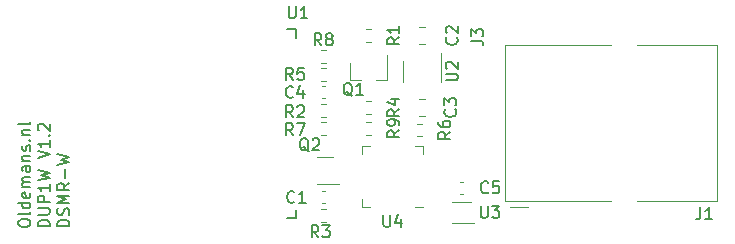
<source format=gto>
G04 #@! TF.GenerationSoftware,KiCad,Pcbnew,(5.1.9-0-10_14)*
G04 #@! TF.CreationDate,2021-05-05T23:43:46+02:00*
G04 #@! TF.ProjectId,P1_wifi,50315f77-6966-4692-9e6b-696361645f70,rev?*
G04 #@! TF.SameCoordinates,Original*
G04 #@! TF.FileFunction,Legend,Top*
G04 #@! TF.FilePolarity,Positive*
%FSLAX46Y46*%
G04 Gerber Fmt 4.6, Leading zero omitted, Abs format (unit mm)*
G04 Created by KiCad (PCBNEW (5.1.9-0-10_14)) date 2021-05-05 23:43:46*
%MOMM*%
%LPD*%
G01*
G04 APERTURE LIST*
%ADD10C,0.150000*%
%ADD11C,0.120000*%
%ADD12C,0.152400*%
%ADD13C,0.100000*%
%ADD14R,3.350000X3.350000*%
%ADD15C,1.700000*%
%ADD16R,1.700000X1.700000*%
%ADD17O,1.100000X2.500000*%
%ADD18R,1.100000X2.500000*%
%ADD19R,0.650000X1.060000*%
%ADD20R,0.500000X0.375000*%
%ADD21R,0.650000X0.300000*%
%ADD22R,0.650000X0.400000*%
%ADD23R,0.800000X0.900000*%
%ADD24R,1.800000X2.000000*%
%ADD25O,2.150000X1.300000*%
%ADD26C,0.550000*%
%ADD27R,1.520000X1.520000*%
%ADD28C,3.250000*%
%ADD29C,1.520000*%
G04 APERTURE END LIST*
D10*
X850380Y1288071D02*
X850380Y1478547D01*
X898000Y1573785D01*
X993238Y1669023D01*
X1183714Y1716642D01*
X1517047Y1716642D01*
X1707523Y1669023D01*
X1802761Y1573785D01*
X1850380Y1478547D01*
X1850380Y1288071D01*
X1802761Y1192833D01*
X1707523Y1097595D01*
X1517047Y1049976D01*
X1183714Y1049976D01*
X993238Y1097595D01*
X898000Y1192833D01*
X850380Y1288071D01*
X1850380Y2288071D02*
X1802761Y2192833D01*
X1707523Y2145214D01*
X850380Y2145214D01*
X1850380Y3097595D02*
X850380Y3097595D01*
X1802761Y3097595D02*
X1850380Y3002357D01*
X1850380Y2811880D01*
X1802761Y2716642D01*
X1755142Y2669023D01*
X1659904Y2621404D01*
X1374190Y2621404D01*
X1278952Y2669023D01*
X1231333Y2716642D01*
X1183714Y2811880D01*
X1183714Y3002357D01*
X1231333Y3097595D01*
X1802761Y3954738D02*
X1850380Y3859500D01*
X1850380Y3669023D01*
X1802761Y3573785D01*
X1707523Y3526166D01*
X1326571Y3526166D01*
X1231333Y3573785D01*
X1183714Y3669023D01*
X1183714Y3859500D01*
X1231333Y3954738D01*
X1326571Y4002357D01*
X1421809Y4002357D01*
X1517047Y3526166D01*
X1850380Y4430928D02*
X1183714Y4430928D01*
X1278952Y4430928D02*
X1231333Y4478547D01*
X1183714Y4573785D01*
X1183714Y4716642D01*
X1231333Y4811880D01*
X1326571Y4859500D01*
X1850380Y4859500D01*
X1326571Y4859500D02*
X1231333Y4907119D01*
X1183714Y5002357D01*
X1183714Y5145214D01*
X1231333Y5240452D01*
X1326571Y5288071D01*
X1850380Y5288071D01*
X1850380Y6192833D02*
X1326571Y6192833D01*
X1231333Y6145214D01*
X1183714Y6049976D01*
X1183714Y5859499D01*
X1231333Y5764261D01*
X1802761Y6192833D02*
X1850380Y6097595D01*
X1850380Y5859499D01*
X1802761Y5764261D01*
X1707523Y5716642D01*
X1612285Y5716642D01*
X1517047Y5764261D01*
X1469428Y5859499D01*
X1469428Y6097595D01*
X1421809Y6192833D01*
X1183714Y6669023D02*
X1850380Y6669023D01*
X1278952Y6669023D02*
X1231333Y6716642D01*
X1183714Y6811880D01*
X1183714Y6954738D01*
X1231333Y7049976D01*
X1326571Y7097595D01*
X1850380Y7097595D01*
X1802761Y7526166D02*
X1850380Y7621404D01*
X1850380Y7811880D01*
X1802761Y7907119D01*
X1707523Y7954738D01*
X1659904Y7954738D01*
X1564666Y7907119D01*
X1517047Y7811880D01*
X1517047Y7669023D01*
X1469428Y7573785D01*
X1374190Y7526166D01*
X1326571Y7526166D01*
X1231333Y7573785D01*
X1183714Y7669023D01*
X1183714Y7811880D01*
X1231333Y7907119D01*
X1755142Y8383309D02*
X1802761Y8430928D01*
X1850380Y8383309D01*
X1802761Y8335690D01*
X1755142Y8383309D01*
X1850380Y8383309D01*
X1183714Y8859500D02*
X1850380Y8859500D01*
X1278952Y8859500D02*
X1231333Y8907119D01*
X1183714Y9002357D01*
X1183714Y9145214D01*
X1231333Y9240452D01*
X1326571Y9288071D01*
X1850380Y9288071D01*
X1850380Y9907119D02*
X1802761Y9811880D01*
X1707523Y9764261D01*
X850380Y9764261D01*
X3500380Y1097595D02*
X2500380Y1097595D01*
X2500380Y1335690D01*
X2548000Y1478547D01*
X2643238Y1573785D01*
X2738476Y1621404D01*
X2928952Y1669023D01*
X3071809Y1669023D01*
X3262285Y1621404D01*
X3357523Y1573785D01*
X3452761Y1478547D01*
X3500380Y1335690D01*
X3500380Y1097595D01*
X2500380Y2097595D02*
X3309904Y2097595D01*
X3405142Y2145214D01*
X3452761Y2192833D01*
X3500380Y2288071D01*
X3500380Y2478547D01*
X3452761Y2573785D01*
X3405142Y2621404D01*
X3309904Y2669023D01*
X2500380Y2669023D01*
X3500380Y3145214D02*
X2500380Y3145214D01*
X2500380Y3526166D01*
X2548000Y3621404D01*
X2595619Y3669023D01*
X2690857Y3716642D01*
X2833714Y3716642D01*
X2928952Y3669023D01*
X2976571Y3621404D01*
X3024190Y3526166D01*
X3024190Y3145214D01*
X3500380Y4669023D02*
X3500380Y4097595D01*
X3500380Y4383309D02*
X2500380Y4383309D01*
X2643238Y4288071D01*
X2738476Y4192833D01*
X2786095Y4097595D01*
X2500380Y5002357D02*
X3500380Y5240452D01*
X2786095Y5430928D01*
X3500380Y5621404D01*
X2500380Y5859500D01*
X2500380Y6859500D02*
X3500380Y7192833D01*
X2500380Y7526166D01*
X3500380Y8383309D02*
X3500380Y7811880D01*
X3500380Y8097595D02*
X2500380Y8097595D01*
X2643238Y8002357D01*
X2738476Y7907119D01*
X2786095Y7811880D01*
X3405142Y8811880D02*
X3452761Y8859500D01*
X3500380Y8811880D01*
X3452761Y8764261D01*
X3405142Y8811880D01*
X3500380Y8811880D01*
X2595619Y9240452D02*
X2548000Y9288071D01*
X2500380Y9383309D01*
X2500380Y9621404D01*
X2548000Y9716642D01*
X2595619Y9764261D01*
X2690857Y9811880D01*
X2786095Y9811880D01*
X2928952Y9764261D01*
X3500380Y9192833D01*
X3500380Y9811880D01*
X5150380Y1097595D02*
X4150380Y1097595D01*
X4150380Y1335690D01*
X4198000Y1478547D01*
X4293238Y1573785D01*
X4388476Y1621404D01*
X4578952Y1669023D01*
X4721809Y1669023D01*
X4912285Y1621404D01*
X5007523Y1573785D01*
X5102761Y1478547D01*
X5150380Y1335690D01*
X5150380Y1097595D01*
X5102761Y2049976D02*
X5150380Y2192833D01*
X5150380Y2430928D01*
X5102761Y2526166D01*
X5055142Y2573785D01*
X4959904Y2621404D01*
X4864666Y2621404D01*
X4769428Y2573785D01*
X4721809Y2526166D01*
X4674190Y2430928D01*
X4626571Y2240452D01*
X4578952Y2145214D01*
X4531333Y2097595D01*
X4436095Y2049976D01*
X4340857Y2049976D01*
X4245619Y2097595D01*
X4198000Y2145214D01*
X4150380Y2240452D01*
X4150380Y2478547D01*
X4198000Y2621404D01*
X5150380Y3049976D02*
X4150380Y3049976D01*
X4864666Y3383309D01*
X4150380Y3716642D01*
X5150380Y3716642D01*
X5150380Y4764261D02*
X4674190Y4430928D01*
X5150380Y4192833D02*
X4150380Y4192833D01*
X4150380Y4573785D01*
X4198000Y4669023D01*
X4245619Y4716642D01*
X4340857Y4764261D01*
X4483714Y4764261D01*
X4578952Y4716642D01*
X4626571Y4669023D01*
X4674190Y4573785D01*
X4674190Y4192833D01*
X4769428Y5192833D02*
X4769428Y5954738D01*
X4150380Y6335690D02*
X5150380Y6573785D01*
X4436095Y6764261D01*
X5150380Y6954738D01*
X4150380Y7192833D01*
D11*
X34397000Y2724000D02*
X35122000Y2724000D01*
X29902000Y7944000D02*
X29902000Y7219000D01*
X30627000Y7944000D02*
X29902000Y7944000D01*
X35122000Y7944000D02*
X35122000Y7219000D01*
X34397000Y7944000D02*
X35122000Y7944000D01*
X29902000Y2724000D02*
X29902000Y3449000D01*
X30627000Y2724000D02*
X29902000Y2724000D01*
D12*
X23622000Y1778000D02*
X24384000Y1778000D01*
X24384000Y1778000D02*
X24383000Y2524000D01*
X24384000Y17780000D02*
X23622000Y17780000D01*
X24385000Y17034000D02*
X24384000Y17780000D01*
D11*
X33442000Y15124000D02*
X33442000Y13324000D01*
X36662000Y13324000D02*
X36662000Y15774000D01*
X35313252Y10441000D02*
X34790748Y10441000D01*
X35313252Y11911000D02*
X34790748Y11911000D01*
X35313252Y16537000D02*
X34790748Y16537000D01*
X35313252Y18007000D02*
X34790748Y18007000D01*
X37554000Y1386000D02*
X39454000Y1386000D01*
X39154000Y3186000D02*
X37554000Y3186000D01*
X30242742Y9920500D02*
X30717258Y9920500D01*
X30242742Y8875500D02*
X30717258Y8875500D01*
X26432742Y16016500D02*
X26907258Y16016500D01*
X26432742Y14971500D02*
X26907258Y14971500D01*
X26432742Y9920500D02*
X26907258Y9920500D01*
X26432742Y8875500D02*
X26907258Y8875500D01*
X35035258Y8748500D02*
X34560742Y8748500D01*
X35035258Y9793500D02*
X34560742Y9793500D01*
X26432742Y14492500D02*
X26907258Y14492500D01*
X26432742Y13447500D02*
X26907258Y13447500D01*
X30717258Y10653500D02*
X30242742Y10653500D01*
X30717258Y11698500D02*
X30242742Y11698500D01*
X26432242Y2554500D02*
X26906758Y2554500D01*
X26432242Y1509500D02*
X26906758Y1509500D01*
X26432742Y11444500D02*
X26907258Y11444500D01*
X26432742Y10399500D02*
X26907258Y10399500D01*
X30717258Y16749500D02*
X30242742Y16749500D01*
X30717258Y17794500D02*
X30242742Y17794500D01*
X26097000Y4682000D02*
X27997000Y4682000D01*
X27497000Y7002000D02*
X26097000Y7002000D01*
X28900000Y13464000D02*
X29830000Y13464000D01*
X32060000Y13464000D02*
X31130000Y13464000D01*
X32060000Y13464000D02*
X32060000Y15624000D01*
X28900000Y13464000D02*
X28900000Y14924000D01*
X38494580Y3858800D02*
X38213420Y3858800D01*
X38494580Y4878800D02*
X38213420Y4878800D01*
X26529420Y12956000D02*
X26810580Y12956000D01*
X26529420Y11936000D02*
X26810580Y11936000D01*
X26529420Y4066000D02*
X26810580Y4066000D01*
X26529420Y3046000D02*
X26810580Y3046000D01*
X44013500Y2767500D02*
X42483500Y2767500D01*
X51033500Y3237500D02*
X42013500Y3237500D01*
D13*
X50963500Y3237500D02*
X51033500Y3237500D01*
D11*
X60013500Y3237500D02*
X53233500Y3237500D01*
X60013500Y16437500D02*
X60013500Y3237500D01*
D13*
X60003500Y16437500D02*
X60013500Y16437500D01*
D11*
X60013500Y16437500D02*
X53233500Y16437500D01*
D13*
X59893500Y16437500D02*
X60013500Y16437500D01*
D11*
X42013500Y16437500D02*
X51033500Y16437500D01*
X42013500Y3237500D02*
X42013500Y16437500D01*
D10*
X31750095Y2081619D02*
X31750095Y1272095D01*
X31797714Y1176857D01*
X31845333Y1129238D01*
X31940571Y1081619D01*
X32131047Y1081619D01*
X32226285Y1129238D01*
X32273904Y1176857D01*
X32321523Y1272095D01*
X32321523Y2081619D01*
X33226285Y1748285D02*
X33226285Y1081619D01*
X32988190Y2129238D02*
X32750095Y1414952D01*
X33369142Y1414952D01*
X39203380Y16811666D02*
X39917666Y16811666D01*
X40060523Y16764047D01*
X40155761Y16668809D01*
X40203380Y16525952D01*
X40203380Y16430714D01*
X39203380Y17192619D02*
X39203380Y17811666D01*
X39584333Y17478333D01*
X39584333Y17621190D01*
X39631952Y17716428D01*
X39679571Y17764047D01*
X39774809Y17811666D01*
X40012904Y17811666D01*
X40108142Y17764047D01*
X40155761Y17716428D01*
X40203380Y17621190D01*
X40203380Y17335476D01*
X40155761Y17240238D01*
X40108142Y17192619D01*
X23749095Y19724619D02*
X23749095Y18915095D01*
X23796714Y18819857D01*
X23844333Y18772238D01*
X23939571Y18724619D01*
X24130047Y18724619D01*
X24225285Y18772238D01*
X24272904Y18819857D01*
X24320523Y18915095D01*
X24320523Y19724619D01*
X25320523Y18724619D02*
X24749095Y18724619D01*
X25034809Y18724619D02*
X25034809Y19724619D01*
X24939571Y19581761D01*
X24844333Y19486523D01*
X24749095Y19438904D01*
X37044380Y13462095D02*
X37853904Y13462095D01*
X37949142Y13509714D01*
X37996761Y13557333D01*
X38044380Y13652571D01*
X38044380Y13843047D01*
X37996761Y13938285D01*
X37949142Y13985904D01*
X37853904Y14033523D01*
X37044380Y14033523D01*
X37139619Y14462095D02*
X37092000Y14509714D01*
X37044380Y14604952D01*
X37044380Y14843047D01*
X37092000Y14938285D01*
X37139619Y14985904D01*
X37234857Y15033523D01*
X37330095Y15033523D01*
X37472952Y14985904D01*
X38044380Y14414476D01*
X38044380Y15033523D01*
X37822142Y11009333D02*
X37869761Y10961714D01*
X37917380Y10818857D01*
X37917380Y10723619D01*
X37869761Y10580761D01*
X37774523Y10485523D01*
X37679285Y10437904D01*
X37488809Y10390285D01*
X37345952Y10390285D01*
X37155476Y10437904D01*
X37060238Y10485523D01*
X36965000Y10580761D01*
X36917380Y10723619D01*
X36917380Y10818857D01*
X36965000Y10961714D01*
X37012619Y11009333D01*
X36917380Y11342666D02*
X36917380Y11961714D01*
X37298333Y11628380D01*
X37298333Y11771238D01*
X37345952Y11866476D01*
X37393571Y11914095D01*
X37488809Y11961714D01*
X37726904Y11961714D01*
X37822142Y11914095D01*
X37869761Y11866476D01*
X37917380Y11771238D01*
X37917380Y11485523D01*
X37869761Y11390285D01*
X37822142Y11342666D01*
X37949142Y17105333D02*
X37996761Y17057714D01*
X38044380Y16914857D01*
X38044380Y16819619D01*
X37996761Y16676761D01*
X37901523Y16581523D01*
X37806285Y16533904D01*
X37615809Y16486285D01*
X37472952Y16486285D01*
X37282476Y16533904D01*
X37187238Y16581523D01*
X37092000Y16676761D01*
X37044380Y16819619D01*
X37044380Y16914857D01*
X37092000Y17057714D01*
X37139619Y17105333D01*
X37139619Y17486285D02*
X37092000Y17533904D01*
X37044380Y17629142D01*
X37044380Y17867238D01*
X37092000Y17962476D01*
X37139619Y18010095D01*
X37234857Y18057714D01*
X37330095Y18057714D01*
X37472952Y18010095D01*
X38044380Y17438666D01*
X38044380Y18057714D01*
X40005095Y2833619D02*
X40005095Y2024095D01*
X40052714Y1928857D01*
X40100333Y1881238D01*
X40195571Y1833619D01*
X40386047Y1833619D01*
X40481285Y1881238D01*
X40528904Y1928857D01*
X40576523Y2024095D01*
X40576523Y2833619D01*
X40957476Y2833619D02*
X41576523Y2833619D01*
X41243190Y2452666D01*
X41386047Y2452666D01*
X41481285Y2405047D01*
X41528904Y2357428D01*
X41576523Y2262190D01*
X41576523Y2024095D01*
X41528904Y1928857D01*
X41481285Y1881238D01*
X41386047Y1833619D01*
X41100333Y1833619D01*
X41005095Y1881238D01*
X40957476Y1928857D01*
X33091380Y9231333D02*
X32615190Y8898000D01*
X33091380Y8659904D02*
X32091380Y8659904D01*
X32091380Y9040857D01*
X32139000Y9136095D01*
X32186619Y9183714D01*
X32281857Y9231333D01*
X32424714Y9231333D01*
X32519952Y9183714D01*
X32567571Y9136095D01*
X32615190Y9040857D01*
X32615190Y8659904D01*
X33091380Y9707523D02*
X33091380Y9898000D01*
X33043761Y9993238D01*
X32996142Y10040857D01*
X32853285Y10136095D01*
X32662809Y10183714D01*
X32281857Y10183714D01*
X32186619Y10136095D01*
X32139000Y10088476D01*
X32091380Y9993238D01*
X32091380Y9802761D01*
X32139000Y9707523D01*
X32186619Y9659904D01*
X32281857Y9612285D01*
X32519952Y9612285D01*
X32615190Y9659904D01*
X32662809Y9707523D01*
X32710428Y9802761D01*
X32710428Y9993238D01*
X32662809Y10088476D01*
X32615190Y10136095D01*
X32519952Y10183714D01*
X26503333Y16438619D02*
X26170000Y16914809D01*
X25931904Y16438619D02*
X25931904Y17438619D01*
X26312857Y17438619D01*
X26408095Y17391000D01*
X26455714Y17343380D01*
X26503333Y17248142D01*
X26503333Y17105285D01*
X26455714Y17010047D01*
X26408095Y16962428D01*
X26312857Y16914809D01*
X25931904Y16914809D01*
X27074761Y17010047D02*
X26979523Y17057666D01*
X26931904Y17105285D01*
X26884285Y17200523D01*
X26884285Y17248142D01*
X26931904Y17343380D01*
X26979523Y17391000D01*
X27074761Y17438619D01*
X27265238Y17438619D01*
X27360476Y17391000D01*
X27408095Y17343380D01*
X27455714Y17248142D01*
X27455714Y17200523D01*
X27408095Y17105285D01*
X27360476Y17057666D01*
X27265238Y17010047D01*
X27074761Y17010047D01*
X26979523Y16962428D01*
X26931904Y16914809D01*
X26884285Y16819571D01*
X26884285Y16629095D01*
X26931904Y16533857D01*
X26979523Y16486238D01*
X27074761Y16438619D01*
X27265238Y16438619D01*
X27360476Y16486238D01*
X27408095Y16533857D01*
X27455714Y16629095D01*
X27455714Y16819571D01*
X27408095Y16914809D01*
X27360476Y16962428D01*
X27265238Y17010047D01*
X24090333Y8818619D02*
X23757000Y9294809D01*
X23518904Y8818619D02*
X23518904Y9818619D01*
X23899857Y9818619D01*
X23995095Y9771000D01*
X24042714Y9723380D01*
X24090333Y9628142D01*
X24090333Y9485285D01*
X24042714Y9390047D01*
X23995095Y9342428D01*
X23899857Y9294809D01*
X23518904Y9294809D01*
X24423666Y9818619D02*
X25090333Y9818619D01*
X24661761Y8818619D01*
X37409380Y9104333D02*
X36933190Y8771000D01*
X37409380Y8532904D02*
X36409380Y8532904D01*
X36409380Y8913857D01*
X36457000Y9009095D01*
X36504619Y9056714D01*
X36599857Y9104333D01*
X36742714Y9104333D01*
X36837952Y9056714D01*
X36885571Y9009095D01*
X36933190Y8913857D01*
X36933190Y8532904D01*
X36409380Y9961476D02*
X36409380Y9771000D01*
X36457000Y9675761D01*
X36504619Y9628142D01*
X36647476Y9532904D01*
X36837952Y9485285D01*
X37218904Y9485285D01*
X37314142Y9532904D01*
X37361761Y9580523D01*
X37409380Y9675761D01*
X37409380Y9866238D01*
X37361761Y9961476D01*
X37314142Y10009095D01*
X37218904Y10056714D01*
X36980809Y10056714D01*
X36885571Y10009095D01*
X36837952Y9961476D01*
X36790333Y9866238D01*
X36790333Y9675761D01*
X36837952Y9580523D01*
X36885571Y9532904D01*
X36980809Y9485285D01*
X24090333Y13517619D02*
X23757000Y13993809D01*
X23518904Y13517619D02*
X23518904Y14517619D01*
X23899857Y14517619D01*
X23995095Y14470000D01*
X24042714Y14422380D01*
X24090333Y14327142D01*
X24090333Y14184285D01*
X24042714Y14089047D01*
X23995095Y14041428D01*
X23899857Y13993809D01*
X23518904Y13993809D01*
X24995095Y14517619D02*
X24518904Y14517619D01*
X24471285Y14041428D01*
X24518904Y14089047D01*
X24614142Y14136666D01*
X24852238Y14136666D01*
X24947476Y14089047D01*
X24995095Y14041428D01*
X25042714Y13946190D01*
X25042714Y13708095D01*
X24995095Y13612857D01*
X24947476Y13565238D01*
X24852238Y13517619D01*
X24614142Y13517619D01*
X24518904Y13565238D01*
X24471285Y13612857D01*
X33091380Y11009333D02*
X32615190Y10676000D01*
X33091380Y10437904D02*
X32091380Y10437904D01*
X32091380Y10818857D01*
X32139000Y10914095D01*
X32186619Y10961714D01*
X32281857Y11009333D01*
X32424714Y11009333D01*
X32519952Y10961714D01*
X32567571Y10914095D01*
X32615190Y10818857D01*
X32615190Y10437904D01*
X32424714Y11866476D02*
X33091380Y11866476D01*
X32043761Y11628380D02*
X32758047Y11390285D01*
X32758047Y12009333D01*
X26249333Y182619D02*
X25916000Y658809D01*
X25677904Y182619D02*
X25677904Y1182619D01*
X26058857Y1182619D01*
X26154095Y1135000D01*
X26201714Y1087380D01*
X26249333Y992142D01*
X26249333Y849285D01*
X26201714Y754047D01*
X26154095Y706428D01*
X26058857Y658809D01*
X25677904Y658809D01*
X26582666Y1182619D02*
X27201714Y1182619D01*
X26868380Y801666D01*
X27011238Y801666D01*
X27106476Y754047D01*
X27154095Y706428D01*
X27201714Y611190D01*
X27201714Y373095D01*
X27154095Y277857D01*
X27106476Y230238D01*
X27011238Y182619D01*
X26725523Y182619D01*
X26630285Y230238D01*
X26582666Y277857D01*
X24090333Y10342619D02*
X23757000Y10818809D01*
X23518904Y10342619D02*
X23518904Y11342619D01*
X23899857Y11342619D01*
X23995095Y11295000D01*
X24042714Y11247380D01*
X24090333Y11152142D01*
X24090333Y11009285D01*
X24042714Y10914047D01*
X23995095Y10866428D01*
X23899857Y10818809D01*
X23518904Y10818809D01*
X24471285Y11247380D02*
X24518904Y11295000D01*
X24614142Y11342619D01*
X24852238Y11342619D01*
X24947476Y11295000D01*
X24995095Y11247380D01*
X25042714Y11152142D01*
X25042714Y11056904D01*
X24995095Y10914047D01*
X24423666Y10342619D01*
X25042714Y10342619D01*
X33091380Y17105333D02*
X32615190Y16772000D01*
X33091380Y16533904D02*
X32091380Y16533904D01*
X32091380Y16914857D01*
X32139000Y17010095D01*
X32186619Y17057714D01*
X32281857Y17105333D01*
X32424714Y17105333D01*
X32519952Y17057714D01*
X32567571Y17010095D01*
X32615190Y16914857D01*
X32615190Y16533904D01*
X33091380Y18057714D02*
X33091380Y17486285D01*
X33091380Y17772000D02*
X32091380Y17772000D01*
X32234238Y17676761D01*
X32329476Y17581523D01*
X32377095Y17486285D01*
X25431761Y7453380D02*
X25336523Y7501000D01*
X25241285Y7596238D01*
X25098428Y7739095D01*
X25003190Y7786714D01*
X24907952Y7786714D01*
X24955571Y7548619D02*
X24860333Y7596238D01*
X24765095Y7691476D01*
X24717476Y7881952D01*
X24717476Y8215285D01*
X24765095Y8405761D01*
X24860333Y8501000D01*
X24955571Y8548619D01*
X25146047Y8548619D01*
X25241285Y8501000D01*
X25336523Y8405761D01*
X25384142Y8215285D01*
X25384142Y7881952D01*
X25336523Y7691476D01*
X25241285Y7596238D01*
X25146047Y7548619D01*
X24955571Y7548619D01*
X25765095Y8453380D02*
X25812714Y8501000D01*
X25907952Y8548619D01*
X26146047Y8548619D01*
X26241285Y8501000D01*
X26288904Y8453380D01*
X26336523Y8358142D01*
X26336523Y8262904D01*
X26288904Y8120047D01*
X25717476Y7548619D01*
X26336523Y7548619D01*
X29114761Y12152380D02*
X29019523Y12200000D01*
X28924285Y12295238D01*
X28781428Y12438095D01*
X28686190Y12485714D01*
X28590952Y12485714D01*
X28638571Y12247619D02*
X28543333Y12295238D01*
X28448095Y12390476D01*
X28400476Y12580952D01*
X28400476Y12914285D01*
X28448095Y13104761D01*
X28543333Y13200000D01*
X28638571Y13247619D01*
X28829047Y13247619D01*
X28924285Y13200000D01*
X29019523Y13104761D01*
X29067142Y12914285D01*
X29067142Y12580952D01*
X29019523Y12390476D01*
X28924285Y12295238D01*
X28829047Y12247619D01*
X28638571Y12247619D01*
X30019523Y12247619D02*
X29448095Y12247619D01*
X29733809Y12247619D02*
X29733809Y13247619D01*
X29638571Y13104761D01*
X29543333Y13009523D01*
X29448095Y12961904D01*
X40625733Y4011657D02*
X40578114Y3964038D01*
X40435257Y3916419D01*
X40340019Y3916419D01*
X40197161Y3964038D01*
X40101923Y4059276D01*
X40054304Y4154514D01*
X40006685Y4344990D01*
X40006685Y4487847D01*
X40054304Y4678323D01*
X40101923Y4773561D01*
X40197161Y4868800D01*
X40340019Y4916419D01*
X40435257Y4916419D01*
X40578114Y4868800D01*
X40625733Y4821180D01*
X41530495Y4916419D02*
X41054304Y4916419D01*
X41006685Y4440228D01*
X41054304Y4487847D01*
X41149542Y4535466D01*
X41387638Y4535466D01*
X41482876Y4487847D01*
X41530495Y4440228D01*
X41578114Y4344990D01*
X41578114Y4106895D01*
X41530495Y4011657D01*
X41482876Y3964038D01*
X41387638Y3916419D01*
X41149542Y3916419D01*
X41054304Y3964038D01*
X41006685Y4011657D01*
X24090333Y12088857D02*
X24042714Y12041238D01*
X23899857Y11993619D01*
X23804619Y11993619D01*
X23661761Y12041238D01*
X23566523Y12136476D01*
X23518904Y12231714D01*
X23471285Y12422190D01*
X23471285Y12565047D01*
X23518904Y12755523D01*
X23566523Y12850761D01*
X23661761Y12946000D01*
X23804619Y12993619D01*
X23899857Y12993619D01*
X24042714Y12946000D01*
X24090333Y12898380D01*
X24947476Y12660285D02*
X24947476Y11993619D01*
X24709380Y13041238D02*
X24471285Y12326952D01*
X25090333Y12326952D01*
X24217333Y3198857D02*
X24169714Y3151238D01*
X24026857Y3103619D01*
X23931619Y3103619D01*
X23788761Y3151238D01*
X23693523Y3246476D01*
X23645904Y3341714D01*
X23598285Y3532190D01*
X23598285Y3675047D01*
X23645904Y3865523D01*
X23693523Y3960761D01*
X23788761Y4056000D01*
X23931619Y4103619D01*
X24026857Y4103619D01*
X24169714Y4056000D01*
X24217333Y4008380D01*
X25169714Y3103619D02*
X24598285Y3103619D01*
X24884000Y3103619D02*
X24884000Y4103619D01*
X24788761Y3960761D01*
X24693523Y3865523D01*
X24598285Y3817904D01*
X58594666Y2706619D02*
X58594666Y1992333D01*
X58547047Y1849476D01*
X58451809Y1754238D01*
X58308952Y1706619D01*
X58213714Y1706619D01*
X59594666Y1706619D02*
X59023238Y1706619D01*
X59308952Y1706619D02*
X59308952Y2706619D01*
X59213714Y2563761D01*
X59118476Y2468523D01*
X59023238Y2420904D01*
%LPC*%
D14*
X32512000Y5334000D03*
G36*
G01*
X34137000Y3221500D02*
X34137000Y2546500D01*
G75*
G02*
X34074500Y2484000I-62500J0D01*
G01*
X33949500Y2484000D01*
G75*
G02*
X33887000Y2546500I0J62500D01*
G01*
X33887000Y3221500D01*
G75*
G02*
X33949500Y3284000I62500J0D01*
G01*
X34074500Y3284000D01*
G75*
G02*
X34137000Y3221500I0J-62500D01*
G01*
G37*
G36*
G01*
X33637000Y3221500D02*
X33637000Y2546500D01*
G75*
G02*
X33574500Y2484000I-62500J0D01*
G01*
X33449500Y2484000D01*
G75*
G02*
X33387000Y2546500I0J62500D01*
G01*
X33387000Y3221500D01*
G75*
G02*
X33449500Y3284000I62500J0D01*
G01*
X33574500Y3284000D01*
G75*
G02*
X33637000Y3221500I0J-62500D01*
G01*
G37*
G36*
G01*
X33137000Y3221500D02*
X33137000Y2546500D01*
G75*
G02*
X33074500Y2484000I-62500J0D01*
G01*
X32949500Y2484000D01*
G75*
G02*
X32887000Y2546500I0J62500D01*
G01*
X32887000Y3221500D01*
G75*
G02*
X32949500Y3284000I62500J0D01*
G01*
X33074500Y3284000D01*
G75*
G02*
X33137000Y3221500I0J-62500D01*
G01*
G37*
G36*
G01*
X32637000Y3221500D02*
X32637000Y2546500D01*
G75*
G02*
X32574500Y2484000I-62500J0D01*
G01*
X32449500Y2484000D01*
G75*
G02*
X32387000Y2546500I0J62500D01*
G01*
X32387000Y3221500D01*
G75*
G02*
X32449500Y3284000I62500J0D01*
G01*
X32574500Y3284000D01*
G75*
G02*
X32637000Y3221500I0J-62500D01*
G01*
G37*
G36*
G01*
X32137000Y3221500D02*
X32137000Y2546500D01*
G75*
G02*
X32074500Y2484000I-62500J0D01*
G01*
X31949500Y2484000D01*
G75*
G02*
X31887000Y2546500I0J62500D01*
G01*
X31887000Y3221500D01*
G75*
G02*
X31949500Y3284000I62500J0D01*
G01*
X32074500Y3284000D01*
G75*
G02*
X32137000Y3221500I0J-62500D01*
G01*
G37*
G36*
G01*
X31637000Y3221500D02*
X31637000Y2546500D01*
G75*
G02*
X31574500Y2484000I-62500J0D01*
G01*
X31449500Y2484000D01*
G75*
G02*
X31387000Y2546500I0J62500D01*
G01*
X31387000Y3221500D01*
G75*
G02*
X31449500Y3284000I62500J0D01*
G01*
X31574500Y3284000D01*
G75*
G02*
X31637000Y3221500I0J-62500D01*
G01*
G37*
G36*
G01*
X31137000Y3221500D02*
X31137000Y2546500D01*
G75*
G02*
X31074500Y2484000I-62500J0D01*
G01*
X30949500Y2484000D01*
G75*
G02*
X30887000Y2546500I0J62500D01*
G01*
X30887000Y3221500D01*
G75*
G02*
X30949500Y3284000I62500J0D01*
G01*
X31074500Y3284000D01*
G75*
G02*
X31137000Y3221500I0J-62500D01*
G01*
G37*
G36*
G01*
X30462000Y3896500D02*
X30462000Y3771500D01*
G75*
G02*
X30399500Y3709000I-62500J0D01*
G01*
X29724500Y3709000D01*
G75*
G02*
X29662000Y3771500I0J62500D01*
G01*
X29662000Y3896500D01*
G75*
G02*
X29724500Y3959000I62500J0D01*
G01*
X30399500Y3959000D01*
G75*
G02*
X30462000Y3896500I0J-62500D01*
G01*
G37*
G36*
G01*
X30462000Y4396500D02*
X30462000Y4271500D01*
G75*
G02*
X30399500Y4209000I-62500J0D01*
G01*
X29724500Y4209000D01*
G75*
G02*
X29662000Y4271500I0J62500D01*
G01*
X29662000Y4396500D01*
G75*
G02*
X29724500Y4459000I62500J0D01*
G01*
X30399500Y4459000D01*
G75*
G02*
X30462000Y4396500I0J-62500D01*
G01*
G37*
G36*
G01*
X30462000Y4896500D02*
X30462000Y4771500D01*
G75*
G02*
X30399500Y4709000I-62500J0D01*
G01*
X29724500Y4709000D01*
G75*
G02*
X29662000Y4771500I0J62500D01*
G01*
X29662000Y4896500D01*
G75*
G02*
X29724500Y4959000I62500J0D01*
G01*
X30399500Y4959000D01*
G75*
G02*
X30462000Y4896500I0J-62500D01*
G01*
G37*
G36*
G01*
X30462000Y5396500D02*
X30462000Y5271500D01*
G75*
G02*
X30399500Y5209000I-62500J0D01*
G01*
X29724500Y5209000D01*
G75*
G02*
X29662000Y5271500I0J62500D01*
G01*
X29662000Y5396500D01*
G75*
G02*
X29724500Y5459000I62500J0D01*
G01*
X30399500Y5459000D01*
G75*
G02*
X30462000Y5396500I0J-62500D01*
G01*
G37*
G36*
G01*
X30462000Y5896500D02*
X30462000Y5771500D01*
G75*
G02*
X30399500Y5709000I-62500J0D01*
G01*
X29724500Y5709000D01*
G75*
G02*
X29662000Y5771500I0J62500D01*
G01*
X29662000Y5896500D01*
G75*
G02*
X29724500Y5959000I62500J0D01*
G01*
X30399500Y5959000D01*
G75*
G02*
X30462000Y5896500I0J-62500D01*
G01*
G37*
G36*
G01*
X30462000Y6396500D02*
X30462000Y6271500D01*
G75*
G02*
X30399500Y6209000I-62500J0D01*
G01*
X29724500Y6209000D01*
G75*
G02*
X29662000Y6271500I0J62500D01*
G01*
X29662000Y6396500D01*
G75*
G02*
X29724500Y6459000I62500J0D01*
G01*
X30399500Y6459000D01*
G75*
G02*
X30462000Y6396500I0J-62500D01*
G01*
G37*
G36*
G01*
X30462000Y6896500D02*
X30462000Y6771500D01*
G75*
G02*
X30399500Y6709000I-62500J0D01*
G01*
X29724500Y6709000D01*
G75*
G02*
X29662000Y6771500I0J62500D01*
G01*
X29662000Y6896500D01*
G75*
G02*
X29724500Y6959000I62500J0D01*
G01*
X30399500Y6959000D01*
G75*
G02*
X30462000Y6896500I0J-62500D01*
G01*
G37*
G36*
G01*
X31137000Y8121500D02*
X31137000Y7446500D01*
G75*
G02*
X31074500Y7384000I-62500J0D01*
G01*
X30949500Y7384000D01*
G75*
G02*
X30887000Y7446500I0J62500D01*
G01*
X30887000Y8121500D01*
G75*
G02*
X30949500Y8184000I62500J0D01*
G01*
X31074500Y8184000D01*
G75*
G02*
X31137000Y8121500I0J-62500D01*
G01*
G37*
G36*
G01*
X31637000Y8121500D02*
X31637000Y7446500D01*
G75*
G02*
X31574500Y7384000I-62500J0D01*
G01*
X31449500Y7384000D01*
G75*
G02*
X31387000Y7446500I0J62500D01*
G01*
X31387000Y8121500D01*
G75*
G02*
X31449500Y8184000I62500J0D01*
G01*
X31574500Y8184000D01*
G75*
G02*
X31637000Y8121500I0J-62500D01*
G01*
G37*
G36*
G01*
X32137000Y8121500D02*
X32137000Y7446500D01*
G75*
G02*
X32074500Y7384000I-62500J0D01*
G01*
X31949500Y7384000D01*
G75*
G02*
X31887000Y7446500I0J62500D01*
G01*
X31887000Y8121500D01*
G75*
G02*
X31949500Y8184000I62500J0D01*
G01*
X32074500Y8184000D01*
G75*
G02*
X32137000Y8121500I0J-62500D01*
G01*
G37*
G36*
G01*
X32637000Y8121500D02*
X32637000Y7446500D01*
G75*
G02*
X32574500Y7384000I-62500J0D01*
G01*
X32449500Y7384000D01*
G75*
G02*
X32387000Y7446500I0J62500D01*
G01*
X32387000Y8121500D01*
G75*
G02*
X32449500Y8184000I62500J0D01*
G01*
X32574500Y8184000D01*
G75*
G02*
X32637000Y8121500I0J-62500D01*
G01*
G37*
G36*
G01*
X33137000Y8121500D02*
X33137000Y7446500D01*
G75*
G02*
X33074500Y7384000I-62500J0D01*
G01*
X32949500Y7384000D01*
G75*
G02*
X32887000Y7446500I0J62500D01*
G01*
X32887000Y8121500D01*
G75*
G02*
X32949500Y8184000I62500J0D01*
G01*
X33074500Y8184000D01*
G75*
G02*
X33137000Y8121500I0J-62500D01*
G01*
G37*
G36*
G01*
X33637000Y8121500D02*
X33637000Y7446500D01*
G75*
G02*
X33574500Y7384000I-62500J0D01*
G01*
X33449500Y7384000D01*
G75*
G02*
X33387000Y7446500I0J62500D01*
G01*
X33387000Y8121500D01*
G75*
G02*
X33449500Y8184000I62500J0D01*
G01*
X33574500Y8184000D01*
G75*
G02*
X33637000Y8121500I0J-62500D01*
G01*
G37*
G36*
G01*
X34137000Y8121500D02*
X34137000Y7446500D01*
G75*
G02*
X34074500Y7384000I-62500J0D01*
G01*
X33949500Y7384000D01*
G75*
G02*
X33887000Y7446500I0J62500D01*
G01*
X33887000Y8121500D01*
G75*
G02*
X33949500Y8184000I62500J0D01*
G01*
X34074500Y8184000D01*
G75*
G02*
X34137000Y8121500I0J-62500D01*
G01*
G37*
G36*
G01*
X35362000Y6896500D02*
X35362000Y6771500D01*
G75*
G02*
X35299500Y6709000I-62500J0D01*
G01*
X34624500Y6709000D01*
G75*
G02*
X34562000Y6771500I0J62500D01*
G01*
X34562000Y6896500D01*
G75*
G02*
X34624500Y6959000I62500J0D01*
G01*
X35299500Y6959000D01*
G75*
G02*
X35362000Y6896500I0J-62500D01*
G01*
G37*
G36*
G01*
X35362000Y6396500D02*
X35362000Y6271500D01*
G75*
G02*
X35299500Y6209000I-62500J0D01*
G01*
X34624500Y6209000D01*
G75*
G02*
X34562000Y6271500I0J62500D01*
G01*
X34562000Y6396500D01*
G75*
G02*
X34624500Y6459000I62500J0D01*
G01*
X35299500Y6459000D01*
G75*
G02*
X35362000Y6396500I0J-62500D01*
G01*
G37*
G36*
G01*
X35362000Y5896500D02*
X35362000Y5771500D01*
G75*
G02*
X35299500Y5709000I-62500J0D01*
G01*
X34624500Y5709000D01*
G75*
G02*
X34562000Y5771500I0J62500D01*
G01*
X34562000Y5896500D01*
G75*
G02*
X34624500Y5959000I62500J0D01*
G01*
X35299500Y5959000D01*
G75*
G02*
X35362000Y5896500I0J-62500D01*
G01*
G37*
G36*
G01*
X35362000Y5396500D02*
X35362000Y5271500D01*
G75*
G02*
X35299500Y5209000I-62500J0D01*
G01*
X34624500Y5209000D01*
G75*
G02*
X34562000Y5271500I0J62500D01*
G01*
X34562000Y5396500D01*
G75*
G02*
X34624500Y5459000I62500J0D01*
G01*
X35299500Y5459000D01*
G75*
G02*
X35362000Y5396500I0J-62500D01*
G01*
G37*
G36*
G01*
X35362000Y4896500D02*
X35362000Y4771500D01*
G75*
G02*
X35299500Y4709000I-62500J0D01*
G01*
X34624500Y4709000D01*
G75*
G02*
X34562000Y4771500I0J62500D01*
G01*
X34562000Y4896500D01*
G75*
G02*
X34624500Y4959000I62500J0D01*
G01*
X35299500Y4959000D01*
G75*
G02*
X35362000Y4896500I0J-62500D01*
G01*
G37*
G36*
G01*
X35362000Y4396500D02*
X35362000Y4271500D01*
G75*
G02*
X35299500Y4209000I-62500J0D01*
G01*
X34624500Y4209000D01*
G75*
G02*
X34562000Y4271500I0J62500D01*
G01*
X34562000Y4396500D01*
G75*
G02*
X34624500Y4459000I62500J0D01*
G01*
X35299500Y4459000D01*
G75*
G02*
X35362000Y4396500I0J-62500D01*
G01*
G37*
G36*
G01*
X35362000Y3896500D02*
X35362000Y3771500D01*
G75*
G02*
X35299500Y3709000I-62500J0D01*
G01*
X34624500Y3709000D01*
G75*
G02*
X34562000Y3771500I0J62500D01*
G01*
X34562000Y3896500D01*
G75*
G02*
X34624500Y3959000I62500J0D01*
G01*
X35299500Y3959000D01*
G75*
G02*
X35362000Y3896500I0J-62500D01*
G01*
G37*
D15*
X39711500Y9937000D03*
X39711500Y12477000D03*
X39711500Y7397000D03*
D16*
X39711500Y15017000D03*
D17*
X8763000Y17494000D03*
X10763000Y17494000D03*
X12763000Y17494000D03*
X14763000Y17494000D03*
X16763000Y17494000D03*
X18763000Y17494000D03*
X20763000Y17394000D03*
X22763000Y17494000D03*
X22763000Y2094000D03*
X20763000Y2094000D03*
X18763000Y2094000D03*
X16763000Y2094000D03*
X14763000Y2094000D03*
X12763000Y2094000D03*
X10763000Y2094000D03*
D18*
X8763000Y2094000D03*
D19*
X36002000Y13124000D03*
X34102000Y13124000D03*
X34102000Y15324000D03*
X35052000Y15324000D03*
X36002000Y15324000D03*
G36*
G01*
X34602000Y11651000D02*
X34602000Y10701000D01*
G75*
G02*
X34352000Y10451000I-250000J0D01*
G01*
X33852000Y10451000D01*
G75*
G02*
X33602000Y10701000I0J250000D01*
G01*
X33602000Y11651000D01*
G75*
G02*
X33852000Y11901000I250000J0D01*
G01*
X34352000Y11901000D01*
G75*
G02*
X34602000Y11651000I0J-250000D01*
G01*
G37*
G36*
G01*
X36502000Y11651000D02*
X36502000Y10701000D01*
G75*
G02*
X36252000Y10451000I-250000J0D01*
G01*
X35752000Y10451000D01*
G75*
G02*
X35502000Y10701000I0J250000D01*
G01*
X35502000Y11651000D01*
G75*
G02*
X35752000Y11901000I250000J0D01*
G01*
X36252000Y11901000D01*
G75*
G02*
X36502000Y11651000I0J-250000D01*
G01*
G37*
G36*
G01*
X34602000Y17747000D02*
X34602000Y16797000D01*
G75*
G02*
X34352000Y16547000I-250000J0D01*
G01*
X33852000Y16547000D01*
G75*
G02*
X33602000Y16797000I0J250000D01*
G01*
X33602000Y17747000D01*
G75*
G02*
X33852000Y17997000I250000J0D01*
G01*
X34352000Y17997000D01*
G75*
G02*
X34602000Y17747000I0J-250000D01*
G01*
G37*
G36*
G01*
X36502000Y17747000D02*
X36502000Y16797000D01*
G75*
G02*
X36252000Y16547000I-250000J0D01*
G01*
X35752000Y16547000D01*
G75*
G02*
X35502000Y16797000I0J250000D01*
G01*
X35502000Y17747000D01*
G75*
G02*
X35752000Y17997000I250000J0D01*
G01*
X36252000Y17997000D01*
G75*
G02*
X36502000Y17747000I0J-250000D01*
G01*
G37*
D20*
X37504000Y1748500D03*
X37504000Y2823500D03*
D21*
X39279000Y2286000D03*
X37429000Y2286000D03*
D20*
X39204000Y2823500D03*
X39204000Y1748500D03*
G36*
G01*
X30905000Y9123000D02*
X30905000Y9673000D01*
G75*
G02*
X31105000Y9873000I200000J0D01*
G01*
X31505000Y9873000D01*
G75*
G02*
X31705000Y9673000I0J-200000D01*
G01*
X31705000Y9123000D01*
G75*
G02*
X31505000Y8923000I-200000J0D01*
G01*
X31105000Y8923000D01*
G75*
G02*
X30905000Y9123000I0J200000D01*
G01*
G37*
G36*
G01*
X29255000Y9123000D02*
X29255000Y9673000D01*
G75*
G02*
X29455000Y9873000I200000J0D01*
G01*
X29855000Y9873000D01*
G75*
G02*
X30055000Y9673000I0J-200000D01*
G01*
X30055000Y9123000D01*
G75*
G02*
X29855000Y8923000I-200000J0D01*
G01*
X29455000Y8923000D01*
G75*
G02*
X29255000Y9123000I0J200000D01*
G01*
G37*
G36*
G01*
X27095000Y15219000D02*
X27095000Y15769000D01*
G75*
G02*
X27295000Y15969000I200000J0D01*
G01*
X27695000Y15969000D01*
G75*
G02*
X27895000Y15769000I0J-200000D01*
G01*
X27895000Y15219000D01*
G75*
G02*
X27695000Y15019000I-200000J0D01*
G01*
X27295000Y15019000D01*
G75*
G02*
X27095000Y15219000I0J200000D01*
G01*
G37*
G36*
G01*
X25445000Y15219000D02*
X25445000Y15769000D01*
G75*
G02*
X25645000Y15969000I200000J0D01*
G01*
X26045000Y15969000D01*
G75*
G02*
X26245000Y15769000I0J-200000D01*
G01*
X26245000Y15219000D01*
G75*
G02*
X26045000Y15019000I-200000J0D01*
G01*
X25645000Y15019000D01*
G75*
G02*
X25445000Y15219000I0J200000D01*
G01*
G37*
G36*
G01*
X27095000Y9123000D02*
X27095000Y9673000D01*
G75*
G02*
X27295000Y9873000I200000J0D01*
G01*
X27695000Y9873000D01*
G75*
G02*
X27895000Y9673000I0J-200000D01*
G01*
X27895000Y9123000D01*
G75*
G02*
X27695000Y8923000I-200000J0D01*
G01*
X27295000Y8923000D01*
G75*
G02*
X27095000Y9123000I0J200000D01*
G01*
G37*
G36*
G01*
X25445000Y9123000D02*
X25445000Y9673000D01*
G75*
G02*
X25645000Y9873000I200000J0D01*
G01*
X26045000Y9873000D01*
G75*
G02*
X26245000Y9673000I0J-200000D01*
G01*
X26245000Y9123000D01*
G75*
G02*
X26045000Y8923000I-200000J0D01*
G01*
X25645000Y8923000D01*
G75*
G02*
X25445000Y9123000I0J200000D01*
G01*
G37*
G36*
G01*
X34373000Y9546000D02*
X34373000Y8996000D01*
G75*
G02*
X34173000Y8796000I-200000J0D01*
G01*
X33773000Y8796000D01*
G75*
G02*
X33573000Y8996000I0J200000D01*
G01*
X33573000Y9546000D01*
G75*
G02*
X33773000Y9746000I200000J0D01*
G01*
X34173000Y9746000D01*
G75*
G02*
X34373000Y9546000I0J-200000D01*
G01*
G37*
G36*
G01*
X36023000Y9546000D02*
X36023000Y8996000D01*
G75*
G02*
X35823000Y8796000I-200000J0D01*
G01*
X35423000Y8796000D01*
G75*
G02*
X35223000Y8996000I0J200000D01*
G01*
X35223000Y9546000D01*
G75*
G02*
X35423000Y9746000I200000J0D01*
G01*
X35823000Y9746000D01*
G75*
G02*
X36023000Y9546000I0J-200000D01*
G01*
G37*
G36*
G01*
X27095000Y13695000D02*
X27095000Y14245000D01*
G75*
G02*
X27295000Y14445000I200000J0D01*
G01*
X27695000Y14445000D01*
G75*
G02*
X27895000Y14245000I0J-200000D01*
G01*
X27895000Y13695000D01*
G75*
G02*
X27695000Y13495000I-200000J0D01*
G01*
X27295000Y13495000D01*
G75*
G02*
X27095000Y13695000I0J200000D01*
G01*
G37*
G36*
G01*
X25445000Y13695000D02*
X25445000Y14245000D01*
G75*
G02*
X25645000Y14445000I200000J0D01*
G01*
X26045000Y14445000D01*
G75*
G02*
X26245000Y14245000I0J-200000D01*
G01*
X26245000Y13695000D01*
G75*
G02*
X26045000Y13495000I-200000J0D01*
G01*
X25645000Y13495000D01*
G75*
G02*
X25445000Y13695000I0J200000D01*
G01*
G37*
G36*
G01*
X30055000Y11451000D02*
X30055000Y10901000D01*
G75*
G02*
X29855000Y10701000I-200000J0D01*
G01*
X29455000Y10701000D01*
G75*
G02*
X29255000Y10901000I0J200000D01*
G01*
X29255000Y11451000D01*
G75*
G02*
X29455000Y11651000I200000J0D01*
G01*
X29855000Y11651000D01*
G75*
G02*
X30055000Y11451000I0J-200000D01*
G01*
G37*
G36*
G01*
X31705000Y11451000D02*
X31705000Y10901000D01*
G75*
G02*
X31505000Y10701000I-200000J0D01*
G01*
X31105000Y10701000D01*
G75*
G02*
X30905000Y10901000I0J200000D01*
G01*
X30905000Y11451000D01*
G75*
G02*
X31105000Y11651000I200000J0D01*
G01*
X31505000Y11651000D01*
G75*
G02*
X31705000Y11451000I0J-200000D01*
G01*
G37*
G36*
G01*
X27094500Y1757000D02*
X27094500Y2307000D01*
G75*
G02*
X27294500Y2507000I200000J0D01*
G01*
X27694500Y2507000D01*
G75*
G02*
X27894500Y2307000I0J-200000D01*
G01*
X27894500Y1757000D01*
G75*
G02*
X27694500Y1557000I-200000J0D01*
G01*
X27294500Y1557000D01*
G75*
G02*
X27094500Y1757000I0J200000D01*
G01*
G37*
G36*
G01*
X25444500Y1757000D02*
X25444500Y2307000D01*
G75*
G02*
X25644500Y2507000I200000J0D01*
G01*
X26044500Y2507000D01*
G75*
G02*
X26244500Y2307000I0J-200000D01*
G01*
X26244500Y1757000D01*
G75*
G02*
X26044500Y1557000I-200000J0D01*
G01*
X25644500Y1557000D01*
G75*
G02*
X25444500Y1757000I0J200000D01*
G01*
G37*
G36*
G01*
X27095000Y10647000D02*
X27095000Y11197000D01*
G75*
G02*
X27295000Y11397000I200000J0D01*
G01*
X27695000Y11397000D01*
G75*
G02*
X27895000Y11197000I0J-200000D01*
G01*
X27895000Y10647000D01*
G75*
G02*
X27695000Y10447000I-200000J0D01*
G01*
X27295000Y10447000D01*
G75*
G02*
X27095000Y10647000I0J200000D01*
G01*
G37*
G36*
G01*
X25445000Y10647000D02*
X25445000Y11197000D01*
G75*
G02*
X25645000Y11397000I200000J0D01*
G01*
X26045000Y11397000D01*
G75*
G02*
X26245000Y11197000I0J-200000D01*
G01*
X26245000Y10647000D01*
G75*
G02*
X26045000Y10447000I-200000J0D01*
G01*
X25645000Y10447000D01*
G75*
G02*
X25445000Y10647000I0J200000D01*
G01*
G37*
G36*
G01*
X30055000Y17547000D02*
X30055000Y16997000D01*
G75*
G02*
X29855000Y16797000I-200000J0D01*
G01*
X29455000Y16797000D01*
G75*
G02*
X29255000Y16997000I0J200000D01*
G01*
X29255000Y17547000D01*
G75*
G02*
X29455000Y17747000I200000J0D01*
G01*
X29855000Y17747000D01*
G75*
G02*
X30055000Y17547000I0J-200000D01*
G01*
G37*
G36*
G01*
X31705000Y17547000D02*
X31705000Y16997000D01*
G75*
G02*
X31505000Y16797000I-200000J0D01*
G01*
X31105000Y16797000D01*
G75*
G02*
X30905000Y16997000I0J200000D01*
G01*
X30905000Y17547000D01*
G75*
G02*
X31105000Y17747000I200000J0D01*
G01*
X31505000Y17747000D01*
G75*
G02*
X31705000Y17547000I0J-200000D01*
G01*
G37*
D22*
X25847000Y5192000D03*
X25847000Y6492000D03*
X27747000Y5842000D03*
X25847000Y5842000D03*
X27747000Y6492000D03*
X27747000Y5192000D03*
D23*
X30480000Y13224000D03*
X29530000Y15224000D03*
X31430000Y15224000D03*
D24*
X55069500Y13800000D03*
D25*
X58229500Y13600000D03*
D24*
X55069500Y6200000D03*
D25*
X58229500Y6400000D03*
D26*
X56079500Y12000000D03*
X56079500Y8000000D03*
G36*
G01*
X38029000Y4618800D02*
X38029000Y4118800D01*
G75*
G02*
X37804000Y3893800I-225000J0D01*
G01*
X37354000Y3893800D01*
G75*
G02*
X37129000Y4118800I0J225000D01*
G01*
X37129000Y4618800D01*
G75*
G02*
X37354000Y4843800I225000J0D01*
G01*
X37804000Y4843800D01*
G75*
G02*
X38029000Y4618800I0J-225000D01*
G01*
G37*
G36*
G01*
X39579000Y4618800D02*
X39579000Y4118800D01*
G75*
G02*
X39354000Y3893800I-225000J0D01*
G01*
X38904000Y3893800D01*
G75*
G02*
X38679000Y4118800I0J225000D01*
G01*
X38679000Y4618800D01*
G75*
G02*
X38904000Y4843800I225000J0D01*
G01*
X39354000Y4843800D01*
G75*
G02*
X39579000Y4618800I0J-225000D01*
G01*
G37*
G36*
G01*
X26995000Y12196000D02*
X26995000Y12696000D01*
G75*
G02*
X27220000Y12921000I225000J0D01*
G01*
X27670000Y12921000D01*
G75*
G02*
X27895000Y12696000I0J-225000D01*
G01*
X27895000Y12196000D01*
G75*
G02*
X27670000Y11971000I-225000J0D01*
G01*
X27220000Y11971000D01*
G75*
G02*
X26995000Y12196000I0J225000D01*
G01*
G37*
G36*
G01*
X25445000Y12196000D02*
X25445000Y12696000D01*
G75*
G02*
X25670000Y12921000I225000J0D01*
G01*
X26120000Y12921000D01*
G75*
G02*
X26345000Y12696000I0J-225000D01*
G01*
X26345000Y12196000D01*
G75*
G02*
X26120000Y11971000I-225000J0D01*
G01*
X25670000Y11971000D01*
G75*
G02*
X25445000Y12196000I0J225000D01*
G01*
G37*
G36*
G01*
X26995000Y3306000D02*
X26995000Y3806000D01*
G75*
G02*
X27220000Y4031000I225000J0D01*
G01*
X27670000Y4031000D01*
G75*
G02*
X27895000Y3806000I0J-225000D01*
G01*
X27895000Y3306000D01*
G75*
G02*
X27670000Y3081000I-225000J0D01*
G01*
X27220000Y3081000D01*
G75*
G02*
X26995000Y3306000I0J225000D01*
G01*
G37*
G36*
G01*
X25445000Y3306000D02*
X25445000Y3806000D01*
G75*
G02*
X25670000Y4031000I225000J0D01*
G01*
X26120000Y4031000D01*
G75*
G02*
X26345000Y3806000I0J-225000D01*
G01*
X26345000Y3306000D01*
G75*
G02*
X26120000Y3081000I-225000J0D01*
G01*
X25670000Y3081000D01*
G75*
G02*
X25445000Y3306000I0J225000D01*
G01*
G37*
D27*
X43243500Y6667500D03*
D28*
X52133500Y4757500D03*
D29*
X45783500Y7937500D03*
X43243500Y9207500D03*
X45783500Y10477500D03*
X43243500Y11747500D03*
X45783500Y13017500D03*
D28*
X52133500Y14917500D03*
M02*

</source>
